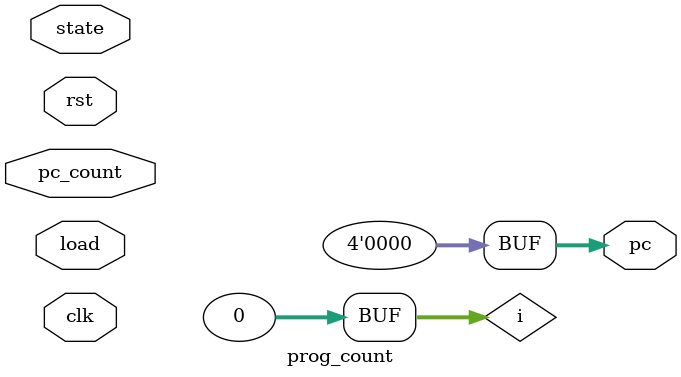
<source format=v>
module prog_count (
    input clk, rst,
    input state,    // State of programm
    input load, // Enable for instruction load
    input [3:0] pc_count,   // Jump address
    output [3:0] pc // Instruction mem pointer
);

integer i = 0 ;

always @( state )
begin
    i <= 0 ;    // Start loading or execution from start
end

always @( posedge clk or posedge rst )
begin
    if ( rst )
    begin
        i <= 1 ;
    end
    else if ( state )
    begin
        if ( pc_count != 0 )
        begin
            i <= pc_count ;    // Jump to the pointed address
        end
        else if ( ( pc_count == 0 ) && ( i < 15 ) )    // No jump instructions
        begin
            i <= i + 1 ;    // Incriment address
        end
        else
        begin
            i <= 16 ;
        end
    end
    else if ( ( ~state ) && ( load ) )
    begin
        if ( i <= 15 )
        begin
            i <= i + 1 ;
        end
    end
end

assign pc = ( i <= 15 ) ? i : 0 ;

endmodule
</source>
